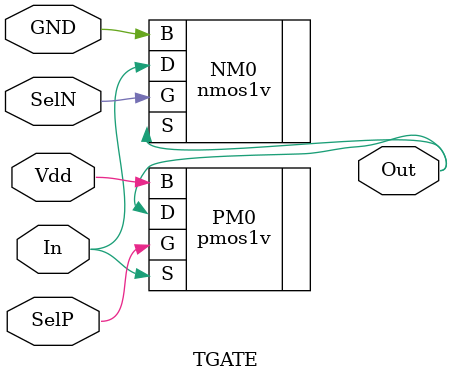
<source format=v>

module TGATE (
Vdd,GND,In,Out,SelP,SelN );
input  Vdd;
input  GND;
input  In;
output  Out;
input  SelP;
input  SelN;
wire Vdd;
wire SelN;
wire SelP;
wire In;
wire GND;
wire Out;

pmos1v    
 PM0  ( .S( In ), .G( SelP ), .B( Vdd ), .D( Out ) );

nmos1v    
 NM0  ( .S( Out ), .G( SelN ), .B( GND ), .D( In ) );

endmodule


</source>
